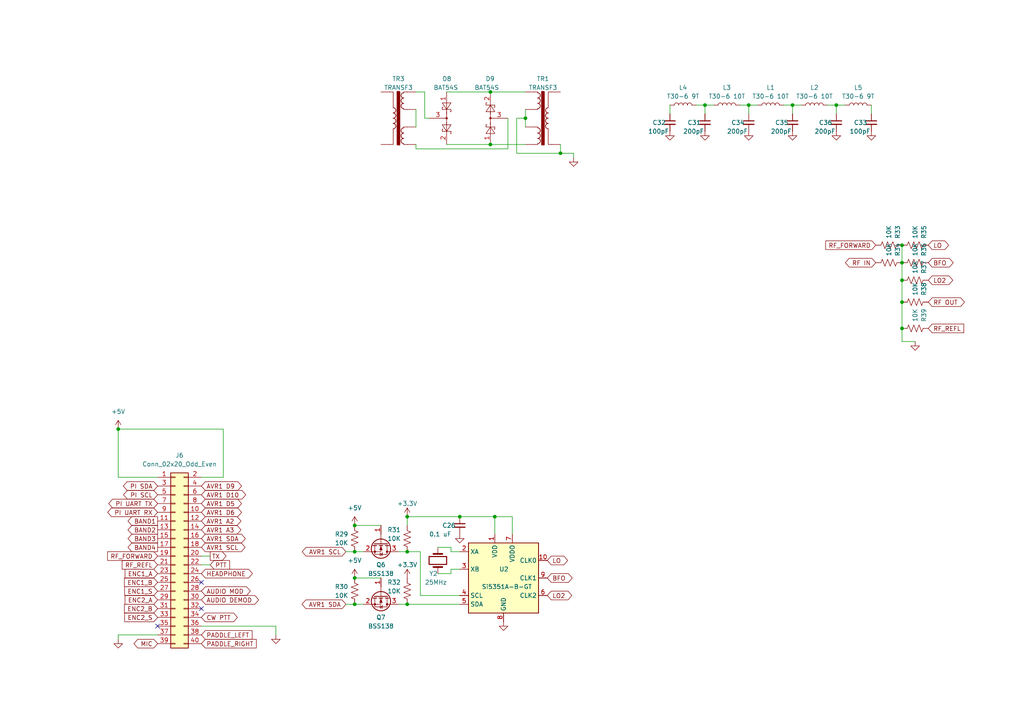
<source format=kicad_sch>
(kicad_sch (version 20230121) (generator eeschema)
  (paper "A4")
  (lib_symbols
    (symbol "BAT54S_1" (pin_names (offset 0) hide)
      (property "Reference" "D" (at 2.54 -5.08 0))
      (property "Value" "BAT54S" (at -6.35 3.175 0))
      (symbol "BAT54S_1_0_1"
        (polyline (pts (xy -3.81 0) (xy -1.27 0)))
        (polyline (pts (xy -3.175 -1.27) (xy -3.175 -1.016)))
        (polyline (pts (xy -2.54 -1.27) (xy -3.175 -1.27)))
        (polyline (pts (xy -2.54 -1.27) (xy -2.54 1.27)))
        (polyline (pts (xy -2.54 1.27) (xy -1.905 1.27)))
        (polyline (pts (xy -1.905 0) (xy 1.905 0)))
        (polyline (pts (xy -1.905 1.27) (xy -1.905 1.016)))
        (polyline (pts (xy 1.27 0) (xy 3.81 0)))
        (polyline (pts (xy 3.175 -1.27) (xy 3.175 -1.016)))
        (polyline (pts (xy 3.81 -1.27) (xy 3.175 -1.27)))
        (polyline (pts (xy 3.81 -1.27) (xy 3.81 1.27)))
        (polyline (pts (xy 3.81 1.27) (xy 4.445 1.27)))
        (polyline (pts (xy 4.445 1.27) (xy 4.445 1.016)))
        (polyline (pts (xy -4.445 1.27) (xy -4.445 -1.27) (xy -2.54 0) (xy -4.445 1.27)))
        (polyline (pts (xy 1.905 1.27) (xy 1.905 -1.27) (xy 3.81 0) (xy 1.905 1.27)))
        (circle (center 0 0) (radius 0.254) (fill (type outline)))
      )
      (symbol "BAT54S_1_1_1"
        (pin passive line (at -7.62 0 0) (length 3.81) (name "A") (number "1"))
        (pin passive line (at 7.62 0 180) (length 3.81) (name "K") (number "2"))
        (pin passive line (at 0 -5.08 90) (length 5.08) (name "COM") (number "3"))
      )
    )
    (symbol "Connector_Generic:Conn_02x20_Odd_Even" (pin_names (offset 1.016) hide)
      (property "Reference" "J" (at 1.27 25.4 0))
      (property "Value" "Conn_02x20_Odd_Even" (at 1.27 -27.94 0))
      (symbol "Conn_02x20_Odd_Even_1_1"
        (rectangle (start -1.27 -25.273) (end 0 -25.527) (stroke (width 0.1524)))
        (rectangle (start -1.27 -22.733) (end 0 -22.987) (stroke (width 0.1524)))
        (rectangle (start -1.27 -20.193) (end 0 -20.447) (stroke (width 0.1524)))
        (rectangle (start -1.27 -17.653) (end 0 -17.907) (stroke (width 0.1524)))
        (rectangle (start -1.27 -15.113) (end 0 -15.367) (stroke (width 0.1524)))
        (rectangle (start -1.27 -12.573) (end 0 -12.827) (stroke (width 0.1524)))
        (rectangle (start -1.27 -10.033) (end 0 -10.287) (stroke (width 0.1524)))
        (rectangle (start -1.27 -7.493) (end 0 -7.747) (stroke (width 0.1524)))
        (rectangle (start -1.27 -4.953) (end 0 -5.207) (stroke (width 0.1524)))
        (rectangle (start -1.27 -2.413) (end 0 -2.667) (stroke (width 0.1524)))
        (rectangle (start -1.27 0.127) (end 0 -0.127) (stroke (width 0.1524)))
        (rectangle (start -1.27 2.667) (end 0 2.413) (stroke (width 0.1524)))
        (rectangle (start -1.27 5.207) (end 0 4.953) (stroke (width 0.1524)))
        (rectangle (start -1.27 7.747) (end 0 7.493) (stroke (width 0.1524)))
        (rectangle (start -1.27 10.287) (end 0 10.033) (stroke (width 0.1524)))
        (rectangle (start -1.27 12.827) (end 0 12.573) (stroke (width 0.1524)))
        (rectangle (start -1.27 15.367) (end 0 15.113) (stroke (width 0.1524)))
        (rectangle (start -1.27 17.907) (end 0 17.653) (stroke (width 0.1524)))
        (rectangle (start -1.27 20.447) (end 0 20.193) (stroke (width 0.1524)))
        (rectangle (start -1.27 22.987) (end 0 22.733) (stroke (width 0.1524)))
        (rectangle (start -1.27 24.13) (end 3.81 -26.67) (stroke (width 0.254)) (fill (type background)))
        (rectangle (start 3.81 -25.273) (end 2.54 -25.527) (stroke (width 0.1524)))
        (rectangle (start 3.81 -22.733) (end 2.54 -22.987) (stroke (width 0.1524)))
        (rectangle (start 3.81 -20.193) (end 2.54 -20.447) (stroke (width 0.1524)))
        (rectangle (start 3.81 -17.653) (end 2.54 -17.907) (stroke (width 0.1524)))
        (rectangle (start 3.81 -15.113) (end 2.54 -15.367) (stroke (width 0.1524)))
        (rectangle (start 3.81 -12.573) (end 2.54 -12.827) (stroke (width 0.1524)))
        (rectangle (start 3.81 -10.033) (end 2.54 -10.287) (stroke (width 0.1524)))
        (rectangle (start 3.81 -7.493) (end 2.54 -7.747) (stroke (width 0.1524)))
        (rectangle (start 3.81 -4.953) (end 2.54 -5.207) (stroke (width 0.1524)))
        (rectangle (start 3.81 -2.413) (end 2.54 -2.667) (stroke (width 0.1524)))
        (rectangle (start 3.81 0.127) (end 2.54 -0.127) (stroke (width 0.1524)))
        (rectangle (start 3.81 2.667) (end 2.54 2.413) (stroke (width 0.1524)))
        (rectangle (start 3.81 5.207) (end 2.54 4.953) (stroke (width 0.1524)))
        (rectangle (start 3.81 7.747) (end 2.54 7.493) (stroke (width 0.1524)))
        (rectangle (start 3.81 10.287) (end 2.54 10.033) (stroke (width 0.1524)))
        (rectangle (start 3.81 12.827) (end 2.54 12.573) (stroke (width 0.1524)))
        (rectangle (start 3.81 15.367) (end 2.54 15.113) (stroke (width 0.1524)))
        (rectangle (start 3.81 17.907) (end 2.54 17.653) (stroke (width 0.1524)))
        (rectangle (start 3.81 20.447) (end 2.54 20.193) (stroke (width 0.1524)))
        (rectangle (start 3.81 22.987) (end 2.54 22.733) (stroke (width 0.1524)))
        (pin passive line (at -5.08 22.86 0) (length 3.81) (name "Pin_1") (number "1"))
        (pin passive line (at 7.62 12.7 180) (length 3.81) (name "Pin_10") (number "10"))
        (pin passive line (at -5.08 10.16 0) (length 3.81) (name "Pin_11") (number "11"))
        (pin passive line (at 7.62 10.16 180) (length 3.81) (name "Pin_12") (number "12"))
        (pin passive line (at -5.08 7.62 0) (length 3.81) (name "Pin_13") (number "13"))
        (pin passive line (at 7.62 7.62 180) (length 3.81) (name "Pin_14") (number "14"))
        (pin passive line (at -5.08 5.08 0) (length 3.81) (name "Pin_15") (number "15"))
        (pin passive line (at 7.62 5.08 180) (length 3.81) (name "Pin_16") (number "16"))
        (pin passive line (at -5.08 2.54 0) (length 3.81) (name "Pin_17") (number "17"))
        (pin passive line (at 7.62 2.54 180) (length 3.81) (name "Pin_18") (number "18"))
        (pin passive line (at -5.08 0 0) (length 3.81) (name "Pin_19") (number "19"))
        (pin passive line (at 7.62 22.86 180) (length 3.81) (name "Pin_2") (number "2"))
        (pin passive line (at 7.62 0 180) (length 3.81) (name "Pin_20") (number "20"))
        (pin passive line (at -5.08 -2.54 0) (length 3.81) (name "Pin_21") (number "21"))
        (pin passive line (at 7.62 -2.54 180) (length 3.81) (name "Pin_22") (number "22"))
        (pin passive line (at -5.08 -5.08 0) (length 3.81) (name "Pin_23") (number "23"))
        (pin passive line (at 7.62 -5.08 180) (length 3.81) (name "Pin_24") (number "24"))
        (pin passive line (at -5.08 -7.62 0) (length 3.81) (name "Pin_25") (number "25"))
        (pin passive line (at 7.62 -7.62 180) (length 3.81) (name "Pin_26") (number "26"))
        (pin passive line (at -5.08 -10.16 0) (length 3.81) (name "Pin_27") (number "27"))
        (pin passive line (at 7.62 -10.16 180) (length 3.81) (name "Pin_28") (number "28"))
        (pin passive line (at -5.08 -12.7 0) (length 3.81) (name "Pin_29") (number "29"))
        (pin passive line (at -5.08 20.32 0) (length 3.81) (name "Pin_3") (number "3"))
        (pin passive line (at 7.62 -12.7 180) (length 3.81) (name "Pin_30") (number "30"))
        (pin passive line (at -5.08 -15.24 0) (length 3.81) (name "Pin_31") (number "31"))
        (pin passive line (at 7.62 -15.24 180) (length 3.81) (name "Pin_32") (number "32"))
        (pin passive line (at -5.08 -17.78 0) (length 3.81) (name "Pin_33") (number "33"))
        (pin passive line (at 7.62 -17.78 180) (length 3.81) (name "Pin_34") (number "34"))
        (pin passive line (at -5.08 -20.32 0) (length 3.81) (name "Pin_35") (number "35"))
        (pin passive line (at 7.62 -20.32 180) (length 3.81) (name "Pin_36") (number "36"))
        (pin passive line (at -5.08 -22.86 0) (length 3.81) (name "Pin_37") (number "37"))
        (pin passive line (at 7.62 -22.86 180) (length 3.81) (name "Pin_38") (number "38"))
        (pin passive line (at -5.08 -25.4 0) (length 3.81) (name "Pin_39") (number "39"))
        (pin passive line (at 7.62 20.32 180) (length 3.81) (name "Pin_4") (number "4"))
        (pin passive line (at 7.62 -25.4 180) (length 3.81) (name "Pin_40") (number "40"))
        (pin passive line (at -5.08 17.78 0) (length 3.81) (name "Pin_5") (number "5"))
        (pin passive line (at 7.62 17.78 180) (length 3.81) (name "Pin_6") (number "6"))
        (pin passive line (at -5.08 15.24 0) (length 3.81) (name "Pin_7") (number "7"))
        (pin passive line (at 7.62 15.24 180) (length 3.81) (name "Pin_8") (number "8"))
        (pin passive line (at -5.08 12.7 0) (length 3.81) (name "Pin_9") (number "9"))
      )
    )
    (symbol "Device:C_Small" (pin_numbers hide) (pin_names (offset 0.254) hide)
      (property "Reference" "C" (at 0.254 1.778 0))
      (property "Value" "C_Small" (at 0.254 -2.032 0))
      (symbol "C_Small_0_1"
        (polyline (pts (xy -1.524 -0.508) (xy 1.524 -0.508)) (stroke (width 0.3302)))
        (polyline (pts (xy -1.524 0.508) (xy 1.524 0.508)) (stroke (width 0.3048)))
      )
      (symbol "C_Small_1_1"
        (pin passive line (at 0 2.54 270) (length 2.032) (name "~") (number "1"))
        (pin passive line (at 0 -2.54 90) (length 2.032) (name "~") (number "2"))
      )
    )
    (symbol "Device:Crystal" (pin_numbers hide) (pin_names (offset 1.016) hide)
      (property "Reference" "Y" (at 0 3.81 0))
      (property "Value" "Crystal" (at 0 -3.81 0))
      (symbol "Crystal_0_1"
        (rectangle (start -1.143 2.54) (end 1.143 -2.54) (stroke (width 0.3048)))
        (polyline (pts (xy -2.54 0) (xy -1.905 0)))
        (polyline (pts (xy -1.905 -1.27) (xy -1.905 1.27)) (stroke (width 0.508)))
        (polyline (pts (xy 1.905 -1.27) (xy 1.905 1.27)) (stroke (width 0.508)))
        (polyline (pts (xy 2.54 0) (xy 1.905 0)))
      )
      (symbol "Crystal_1_1"
        (pin passive line (at -3.81 0 0) (length 1.27) (name "1") (number "1"))
        (pin passive line (at 3.81 0 180) (length 1.27) (name "2") (number "2"))
      )
    )
    (symbol "Device:L" (pin_numbers hide) (pin_names (offset 1.016) hide)
      (property "Reference" "L" (at -1.27 0 90))
      (property "Value" "L" (at 1.905 0 90))
      (symbol "L_0_1"
        (arc (start 0 -2.54) (mid 0.6323 -1.905) (end 0 -1.27))
        (arc (start 0 -1.27) (mid 0.6323 -0.635) (end 0 0))
        (arc (start 0 0) (mid 0.6323 0.635) (end 0 1.27))
        (arc (start 0 1.27) (mid 0.6323 1.905) (end 0 2.54))
      )
      (symbol "L_1_1"
        (pin passive line (at 0 3.81 270) (length 1.27) (name "1") (number "1"))
        (pin passive line (at 0 -3.81 90) (length 1.27) (name "2") (number "2"))
      )
    )
    (symbol "Device:R_US" (pin_numbers hide) (pin_names (offset 0))
      (property "Reference" "R" (at 2.54 0 90))
      (property "Value" "R_US" (at -2.54 0 90))
      (symbol "R_US_0_1"
        (polyline (pts (xy 0 -2.286) (xy 0 -2.54)))
        (polyline (pts (xy 0 2.286) (xy 0 2.54)))
        (polyline (pts (xy 0 -0.762) (xy 1.016 -1.143) (xy 0 -1.524) (xy -1.016 -1.905) (xy 0 -2.286)))
        (polyline (pts (xy 0 0.762) (xy 1.016 0.381) (xy 0 0) (xy -1.016 -0.381) (xy 0 -0.762)))
        (polyline (pts (xy 0 2.286) (xy 1.016 1.905) (xy 0 1.524) (xy -1.016 1.143) (xy 0 0.762)))
      )
      (symbol "R_US_1_1"
        (pin passive line (at 0 3.81 270) (length 1.27) (name "~") (number "1"))
        (pin passive line (at 0 -3.81 90) (length 1.27) (name "~") (number "2"))
      )
    )
    (symbol "Diode:BAT54S" (pin_names (offset 0) hide)
      (property "Reference" "D" (at 2.54 -5.08 0))
      (property "Value" "BAT54S" (at -6.35 3.175 0))
      (symbol "BAT54S_0_1"
        (polyline (pts (xy -3.81 0) (xy -1.27 0)))
        (polyline (pts (xy -3.175 -1.27) (xy -3.175 -1.016)))
        (polyline (pts (xy -2.54 -1.27) (xy -3.175 -1.27)))
        (polyline (pts (xy -2.54 -1.27) (xy -2.54 1.27)))
        (polyline (pts (xy -2.54 1.27) (xy -1.905 1.27)))
        (polyline (pts (xy -1.905 0) (xy 1.905 0)))
        (polyline (pts (xy -1.905 1.27) (xy -1.905 1.016)))
        (polyline (pts (xy 1.27 0) (xy 3.81 0)))
        (polyline (pts (xy 3.175 -1.27) (xy 3.175 -1.016)))
        (polyline (pts (xy 3.81 -1.27) (xy 3.175 -1.27)))
        (polyline (pts (xy 3.81 -1.27) (xy 3.81 1.27)))
        (polyline (pts (xy 3.81 1.27) (xy 4.445 1.27)))
        (polyline (pts (xy 4.445 1.27) (xy 4.445 1.016)))
        (polyline (pts (xy -4.445 1.27) (xy -4.445 -1.27) (xy -2.54 0) (xy -4.445 1.27)))
        (polyline (pts (xy 1.905 1.27) (xy 1.905 -1.27) (xy 3.81 0) (xy 1.905 1.27)))
        (circle (center 0 0) (radius 0.254) (fill (type outline)))
      )
      (symbol "BAT54S_1_1"
        (pin passive line (at -7.62 0 0) (length 3.81) (name "A") (number "1"))
        (pin passive line (at 7.62 0 180) (length 3.81) (name "K") (number "2"))
        (pin passive line (at 0 -5.08 90) (length 5.08) (name "COM") (number "3"))
      )
    )
    (symbol "Oscillator:Si5351A-B-GT"
      (property "Reference" "U" (at -8.89 11.43 0))
      (property "Value" "Si5351A-B-GT" (at -12.7 -12.7 0))
      (symbol "Si5351A-B-GT_0_1"
        (rectangle (start -10.16 10.16) (end 10.16 -10.16) (stroke (width 0.254)) (fill (type background)))
      )
      (symbol "Si5351A-B-GT_1_1"
        (pin power_in line (at -2.54 12.7 270) (length 2.54) (name "VDD") (number "1"))
        (pin output line (at 12.7 5.08 180) (length 2.54) (name "CLK0") (number "10"))
        (pin input line (at -12.7 7.62 0) (length 2.54) (name "XA") (number "2"))
        (pin input line (at -12.7 2.54 0) (length 2.54) (name "XB") (number "3"))
        (pin input line (at -12.7 -5.08 0) (length 2.54) (name "SCL") (number "4"))
        (pin bidirectional line (at -12.7 -7.62 0) (length 2.54) (name "SDA") (number "5"))
        (pin output line (at 12.7 -5.08 180) (length 2.54) (name "CLK2") (number "6"))
        (pin power_in line (at 2.54 12.7 270) (length 2.54) (name "VDDO") (number "7"))
        (pin power_in line (at 0 -12.7 90) (length 2.54) (name "GND") (number "8"))
        (pin output line (at 12.7 0 180) (length 2.54) (name "CLK1") (number "9"))
      )
    )
    (symbol "Transformer:TRANSF3" (pin_numbers hide) (pin_names (offset 0))
      (property "Reference" "TR" (at 0 8.89 0))
      (property "Value" "TRANSF3" (at 0 -8.89 0))
      (symbol "TRANSF3_0_1"
        (arc (start -1.524 -3.048) (mid -0.7653 -2.286) (end -1.524 -1.524) (stroke (width 0.2032)))
        (arc (start -1.524 -1.524) (mid -0.7653 -0.762) (end -1.524 0) (stroke (width 0.2032)))
        (arc (start -1.524 0) (mid -0.7653 0.762) (end -1.524 1.524) (stroke (width 0.2032)))
        (arc (start -1.524 1.524) (mid -0.7653 2.286) (end -1.524 3.048) (stroke (width 0.2032)))
        (rectangle (start -0.254 7.62) (end 0.254 -7.62) (stroke (width 0.508)) (fill (type outline)))
        (polyline (pts (xy -1.524 3.048) (xy -1.524 7.62) (xy -2.54 7.62)))
        (polyline (pts (xy 1.524 -7.366) (xy 1.524 -7.62) (xy 1.524 -7.62)) (fill (type outline)))
        (polyline (pts (xy 1.524 -2.54) (xy 1.524 -2.794) (xy 1.524 -2.794)) (fill (type outline)))
        (polyline (pts (xy 1.524 -2.54) (xy 2.54 -2.54) (xy 2.54 -2.54)))
        (polyline (pts (xy 1.524 2.54) (xy 1.524 2.794) (xy 1.524 2.794)) (fill (type outline)))
        (polyline (pts (xy 1.524 2.54) (xy 2.54 2.54) (xy 2.54 2.54)))
        (polyline (pts (xy 1.524 7.62) (xy 1.524 7.366) (xy 1.524 7.366)) (fill (type outline)))
        (polyline (pts (xy 1.524 7.62) (xy 2.54 7.62) (xy 2.54 7.62)))
        (polyline (pts (xy 2.54 -7.62) (xy 1.524 -7.62) (xy 1.524 -7.62)))
        (polyline (pts (xy -2.54 -7.62) (xy -1.524 -7.62) (xy -1.524 -3.048) (xy -1.524 -4.318)))
        (arc (start 1.524 -5.842) (mid 0.7653 -6.604) (end 1.524 -7.366) (stroke (width 0.2032)))
        (arc (start 1.524 -4.318) (mid 0.7653 -5.08) (end 1.524 -5.842) (stroke (width 0.2032)))
        (arc (start 1.524 -2.794) (mid 0.7653 -3.556) (end 1.524 -4.318) (stroke (width 0.2032)))
        (arc (start 1.524 4.318) (mid 0.7653 3.556) (end 1.524 2.794) (stroke (width 0.2032)))
        (arc (start 1.524 5.842) (mid 0.7653 5.08) (end 1.524 4.318) (stroke (width 0.2032)))
        (arc (start 1.524 7.366) (mid 0.7653 6.604) (end 1.524 5.842) (stroke (width 0.2032)))
      )
      (symbol "TRANSF3_1_1"
        (pin passive line (at -5.08 7.62 0) (length 2.54) (name "~") (number "1"))
        (pin passive line (at -5.08 -7.62 0) (length 2.54) (name "~") (number "2"))
        (pin passive line (at 5.08 7.62 180) (length 2.54) (name "~") (number "3"))
        (pin passive line (at 5.08 2.54 180) (length 2.54) (name "~") (number "4"))
        (pin passive line (at 5.08 -2.54 180) (length 2.54) (name "~") (number "5"))
        (pin passive line (at 5.08 -7.62 180) (length 2.54) (name "~") (number "6"))
      )
    )
    (symbol "Transistor_FET:BSS138" (pin_names hide)
      (property "Reference" "Q" (at 5.08 1.905 0))
      (property "Value" "BSS138" (at 5.08 0 0))
      (symbol "BSS138_0_1"
        (polyline (pts (xy 0.254 0) (xy -2.54 0)))
        (polyline (pts (xy 0.254 1.905) (xy 0.254 -1.905)) (stroke (width 0.254)))
        (polyline (pts (xy 0.762 -1.27) (xy 0.762 -2.286)) (stroke (width 0.254)))
        (polyline (pts (xy 0.762 0.508) (xy 0.762 -0.508)) (stroke (width 0.254)))
        (polyline (pts (xy 0.762 2.286) (xy 0.762 1.27)) (stroke (width 0.254)))
        (polyline (pts (xy 2.54 2.54) (xy 2.54 1.778)))
        (polyline (pts (xy 2.54 -2.54) (xy 2.54 0) (xy 0.762 0)))
        (polyline (pts (xy 0.762 -1.778) (xy 3.302 -1.778) (xy 3.302 1.778) (xy 0.762 1.778)))
        (polyline (pts (xy 1.016 0) (xy 2.032 0.381) (xy 2.032 -0.381) (xy 1.016 0)) (fill (type outline)))
        (polyline (pts (xy 2.794 0.508) (xy 2.921 0.381) (xy 3.683 0.381) (xy 3.81 0.254)))
        (polyline (pts (xy 3.302 0.381) (xy 2.921 -0.254) (xy 3.683 -0.254) (xy 3.302 0.381)))
        (circle (center 1.651 0) (radius 2.794) (stroke (width 0.254)))
        (circle (center 2.54 -1.778) (radius 0.254) (fill (type outline)))
        (circle (center 2.54 1.778) (radius 0.254) (fill (type outline)))
      )
      (symbol "BSS138_1_1"
        (pin input line (at -5.08 0 0) (length 2.54) (name "G") (number "1"))
        (pin passive line (at 2.54 -5.08 90) (length 2.54) (name "S") (number "2"))
        (pin passive line (at 2.54 5.08 270) (length 2.54) (name "D") (number "3"))
      )
    )
    (symbol "power:+3.3V" (power) (pin_names (offset 0))
      (property "Value" "+3.3V" (at 0 3.556 0))
      (symbol "+3.3V_0_1"
        (polyline (pts (xy -0.762 1.27) (xy 0 2.54)))
        (polyline (pts (xy 0 0) (xy 0 2.54)))
        (polyline (pts (xy 0 2.54) (xy 0.762 1.27)))
      )
      (symbol "+3.3V_1_1"
        (pin power_in line (at 0 0 90) (length 0) hide (name "+3.3V") (number "1"))
      )
    )
    (symbol "power:+5V" (power) (pin_names (offset 0))
      (property "Value" "+5V" (at 0 3.556 0))
      (symbol "+5V_0_1"
        (polyline (pts (xy -0.762 1.27) (xy 0 2.54)))
        (polyline (pts (xy 0 0) (xy 0 2.54)))
        (polyline (pts (xy 0 2.54) (xy 0.762 1.27)))
      )
      (symbol "+5V_1_1"
        (pin power_in line (at 0 0 90) (length 0) hide (name "+5V") (number "1"))
      )
    )
    (symbol "power:GND" (power) (pin_names (offset 0))
      (property "Value" "GND" (at 0 -3.81 0))
      (symbol "GND_0_1"
        (polyline (pts (xy 0 0) (xy 0 -1.27) (xy 1.27 -1.27) (xy 0 -2.54) (xy -1.27 -1.27) (xy 0 -1.27)))
      )
      (symbol "GND_1_1"
        (pin power_in line (at 0 0 270) (length 0) hide (name "GND") (number "1"))
      )
    )
  )
  (junction (at 102.87 152.4))
  (junction (at 102.87 167.64))
  (junction (at 118.11 175.26))
  (junction (at 118.11 149.86))
  (junction (at 261.62 87.63))
  (junction (at 133.35 149.86))
  (junction (at 261.62 95.25))
  (junction (at 152.4 34.29))
  (junction (at 261.62 76.2))
  (junction (at 142.24 26.67))
  (junction (at 229.87 30.48))
  (junction (at 261.62 81.28))
  (junction (at 204.47 30.48))
  (junction (at 242.57 30.48))
  (junction (at 143.51 149.86))
  (junction (at 118.11 160.02))
  (junction (at 217.17 30.48))
  (junction (at 102.87 160.02))
  (junction (at 162.56 44.45))
  (junction (at 142.24 41.91))
  (junction (at 102.87 175.26))
  (junction (at 34.29 124.46))
  (junction (at 261.62 71.12))
  (no_connect (at 58.42 176.53))
  (no_connect (at 58.42 168.91))
  (no_connect (at 45.72 181.61))
  (wire (pts (xy 240.03 30.48) (xy 242.57 30.48)))
  (wire (pts (xy 118.11 160.02) (xy 121.92 160.02)))
  (wire (pts (xy 204.47 30.48) (xy 207.01 30.48)))
  (wire (pts (xy 129.54 41.91) (xy 142.24 41.91)))
  (wire (pts (xy 120.65 26.67) (xy 123.19 26.67)))
  (wire (pts (xy 64.77 138.43) (xy 58.42 138.43)))
  (wire (pts (xy 118.11 149.86) (xy 133.35 149.86)))
  (wire (pts (xy 127 166.37) (xy 130.81 166.37)))
  (wire (pts (xy 34.29 138.43) (xy 45.72 138.43)))
  (wire (pts (xy 152.4 34.29) (xy 152.4 36.83)))
  (wire (pts (xy 118.11 175.26) (xy 133.35 175.26)))
  (wire (pts (xy 115.57 175.26) (xy 118.11 175.26)))
  (wire (pts (xy 261.62 71.12) (xy 261.62 76.2)))
  (wire (pts (xy 129.54 26.67) (xy 142.24 26.67)))
  (wire (pts (xy 102.87 175.26) (xy 105.41 175.26)))
  (wire (pts (xy 123.19 34.29) (xy 124.46 34.29)))
  (wire (pts (xy 123.19 26.67) (xy 123.19 34.29)))
  (wire (pts (xy 102.87 167.64) (xy 110.49 167.64)))
  (wire (pts (xy 166.37 44.45) (xy 166.37 45.72)))
  (wire (pts (xy 143.51 149.86) (xy 148.59 149.86)))
  (wire (pts (xy 214.63 30.48) (xy 217.17 30.48)))
  (wire (pts (xy 130.81 165.1) (xy 133.35 165.1)))
  (wire (pts (xy 217.17 30.48) (xy 217.17 33.02)))
  (wire (pts (xy 261.62 81.28) (xy 261.62 87.63)))
  (wire (pts (xy 130.81 158.75) (xy 130.81 160.02)))
  (wire (pts (xy 58.42 163.83) (xy 60.96 163.83)))
  (wire (pts (xy 261.62 87.63) (xy 261.62 95.25)))
  (wire (pts (xy 242.57 30.48) (xy 242.57 33.02)))
  (wire (pts (xy 152.4 31.75) (xy 152.4 34.29)))
  (wire (pts (xy 147.32 43.18) (xy 120.65 43.18)))
  (wire (pts (xy 217.17 30.48) (xy 219.71 30.48)))
  (wire (pts (xy 60.96 161.29) (xy 58.42 161.29)))
  (wire (pts (xy 45.72 184.15) (xy 34.29 184.15)))
  (wire (pts (xy 130.81 160.02) (xy 133.35 160.02)))
  (wire (pts (xy 204.47 30.48) (xy 204.47 33.02)))
  (wire (pts (xy 34.29 184.15) (xy 34.29 185.42)))
  (wire (pts (xy 34.29 138.43) (xy 34.29 124.46)))
  (wire (pts (xy 261.62 99.06) (xy 265.43 99.06)))
  (wire (pts (xy 34.29 124.46) (xy 64.77 124.46)))
  (wire (pts (xy 194.31 30.48) (xy 194.31 33.02)))
  (wire (pts (xy 149.86 44.45) (xy 162.56 44.45)))
  (wire (pts (xy 162.56 44.45) (xy 166.37 44.45)))
  (wire (pts (xy 142.24 41.91) (xy 152.4 41.91)))
  (wire (pts (xy 261.62 76.2) (xy 261.62 81.28)))
  (wire (pts (xy 143.51 149.86) (xy 143.51 154.94)))
  (wire (pts (xy 149.86 34.29) (xy 149.86 44.45)))
  (wire (pts (xy 261.62 95.25) (xy 261.62 99.06)))
  (wire (pts (xy 147.32 34.29) (xy 147.32 43.18)))
  (wire (pts (xy 142.24 26.67) (xy 152.4 26.67)))
  (wire (pts (xy 229.87 30.48) (xy 229.87 33.02)))
  (wire (pts (xy 149.86 34.29) (xy 152.4 34.29)))
  (wire (pts (xy 120.65 31.75) (xy 120.65 36.83)))
  (wire (pts (xy 121.92 160.02) (xy 121.92 172.72)))
  (wire (pts (xy 102.87 160.02) (xy 105.41 160.02)))
  (wire (pts (xy 130.81 166.37) (xy 130.81 165.1)))
  (wire (pts (xy 100.33 160.02) (xy 102.87 160.02)))
  (wire (pts (xy 64.77 124.46) (xy 64.77 138.43)))
  (wire (pts (xy 148.59 149.86) (xy 148.59 154.94)))
  (wire (pts (xy 229.87 30.48) (xy 232.41 30.48)))
  (wire (pts (xy 127 158.75) (xy 130.81 158.75)))
  (wire (pts (xy 162.56 41.91) (xy 162.56 44.45)))
  (wire (pts (xy 133.35 149.86) (xy 143.51 149.86)))
  (wire (pts (xy 115.57 160.02) (xy 118.11 160.02)))
  (wire (pts (xy 120.65 43.18) (xy 120.65 41.91)))
  (wire (pts (xy 58.42 181.61) (xy 80.01 181.61)))
  (wire (pts (xy 227.33 30.48) (xy 229.87 30.48)))
  (wire (pts (xy 80.01 181.61) (xy 80.01 184.15)))
  (wire (pts (xy 252.73 30.48) (xy 252.73 33.02)))
  (wire (pts (xy 118.11 149.86) (xy 118.11 152.4)))
  (wire (pts (xy 201.93 30.48) (xy 204.47 30.48)))
  (wire (pts (xy 121.92 172.72) (xy 133.35 172.72)))
  (wire (pts (xy 100.33 175.26) (xy 102.87 175.26)))
  (wire (pts (xy 102.87 152.4) (xy 110.49 152.4)))
  (wire (pts (xy 242.57 30.48) (xy 245.11 30.48)))
  (global_label "BAND2" (shape output) (at 45.72 153.67 180) (property "Intersheetrefs" "${INTERSHEET_REFS}" (effects hide)))
  (global_label "MIC" (shape bidirectional) (at 45.72 186.69 180) (property "Intersheetrefs" "${INTERSHEET_REFS}" (effects hide)))
  (global_label "RF_REFL" (shape input) (at 269.24 95.25 0) (property "Intersheetrefs" "${INTERSHEET_REFS}" (effects hide)))
  (global_label "PI UART TX" (shape bidirectional) (at 45.72 146.05 180) (property "Intersheetrefs" "${INTERSHEET_REFS}" (effects hide)))
  (global_label "AVR1 D5" (shape bidirectional) (at 58.42 146.05 0) (property "Intersheetrefs" "${INTERSHEET_REFS}" (effects hide)))
  (global_label "BFO" (shape bidirectional) (at 269.24 76.2 0) (property "Intersheetrefs" "${INTERSHEET_REFS}" (effects hide)))
  (global_label "ENC1_S" (shape input) (at 45.72 171.45 180) (property "Intersheetrefs" "${INTERSHEET_REFS}" (effects hide)))
  (global_label "LO2" (shape bidirectional) (at 158.75 172.72 0) (property "Intersheetrefs" "${INTERSHEET_REFS}" (effects hide)))
  (global_label "AVR1 SDA" (shape bidirectional) (at 100.33 175.26 180) (property "Intersheetrefs" "${INTERSHEET_REFS}" (effects hide)))
  (global_label "LO" (shape bidirectional) (at 269.24 71.12 0) (property "Intersheetrefs" "${INTERSHEET_REFS}" (effects hide)))
  (global_label "AUDIO MOD" (shape bidirectional) (at 58.42 171.45 0) (property "Intersheetrefs" "${INTERSHEET_REFS}" (effects hide)))
  (global_label "RF_FORWARD" (shape input) (at 254 71.12 180) (property "Intersheetrefs" "${INTERSHEET_REFS}" (effects hide)))
  (global_label "AVR1 SCL" (shape bidirectional) (at 58.42 158.75 0) (property "Intersheetrefs" "${INTERSHEET_REFS}" (effects hide)))
  (global_label "BAND4" (shape output) (at 45.72 158.75 180) (property "Intersheetrefs" "${INTERSHEET_REFS}" (effects hide)))
  (global_label "PI UART RX" (shape bidirectional) (at 45.72 148.59 180) (property "Intersheetrefs" "${INTERSHEET_REFS}" (effects hide)))
  (global_label "PTT" (shape input) (at 60.96 163.83 0) (property "Intersheetrefs" "${INTERSHEET_REFS}" (effects hide)))
  (global_label "AVR1 A3" (shape bidirectional) (at 58.42 153.67 0) (property "Intersheetrefs" "${INTERSHEET_REFS}" (effects hide)))
  (global_label "PADDLE_LEFT" (shape input) (at 58.42 184.15 0) (property "Intersheetrefs" "${INTERSHEET_REFS}" (effects hide)))
  (global_label "TX" (shape output) (at 60.96 161.29 0) (property "Intersheetrefs" "${INTERSHEET_REFS}" (effects hide)))
  (global_label "ENC1_B" (shape input) (at 45.72 168.91 180) (property "Intersheetrefs" "${INTERSHEET_REFS}" (effects hide)))
  (global_label "RF OUT" (shape bidirectional) (at 269.24 87.63 0) (property "Intersheetrefs" "${INTERSHEET_REFS}" (effects hide)))
  (global_label "PI SDA" (shape bidirectional) (at 45.72 140.97 180) (property "Intersheetrefs" "${INTERSHEET_REFS}" (effects hide)))
  (global_label "BAND3" (shape output) (at 45.72 156.21 180) (property "Intersheetrefs" "${INTERSHEET_REFS}" (effects hide)))
  (global_label "BAND1" (shape output) (at 45.72 151.13 180) (property "Intersheetrefs" "${INTERSHEET_REFS}" (effects hide)))
  (global_label "PI SCL" (shape bidirectional) (at 45.72 143.51 180) (property "Intersheetrefs" "${INTERSHEET_REFS}" (effects hide)))
  (global_label "ENC2_S" (shape input) (at 45.72 179.07 180) (property "Intersheetrefs" "${INTERSHEET_REFS}" (effects hide)))
  (global_label "LO2" (shape bidirectional) (at 269.24 81.28 0) (property "Intersheetrefs" "${INTERSHEET_REFS}" (effects hide)))
  (global_label "AVR1 SDA" (shape bidirectional) (at 58.42 156.21 0) (property "Intersheetrefs" "${INTERSHEET_REFS}" (effects hide)))
  (global_label "CW PTT" (shape bidirectional) (at 58.42 179.07 0) (property "Intersheetrefs" "${INTERSHEET_REFS}" (effects hide)))
  (global_label "BFO" (shape bidirectional) (at 158.75 167.64 0) (property "Intersheetrefs" "${INTERSHEET_REFS}" (effects hide)))
  (global_label "ENC2_A" (shape input) (at 45.72 173.99 180) (property "Intersheetrefs" "${INTERSHEET_REFS}" (effects hide)))
  (global_label "ENC1_A" (shape input) (at 45.72 166.37 180) (property "Intersheetrefs" "${INTERSHEET_REFS}" (effects hide)))
  (global_label "AVR1 D10" (shape bidirectional) (at 58.42 143.51 0) (property "Intersheetrefs" "${INTERSHEET_REFS}" (effects hide)))
  (global_label "RF IN" (shape bidirectional) (at 254 76.2 180) (property "Intersheetrefs" "${INTERSHEET_REFS}" (effects hide)))
  (global_label "LO" (shape bidirectional) (at 158.75 162.56 0) (property "Intersheetrefs" "${INTERSHEET_REFS}" (effects hide)))
  (global_label "PADDLE_RIGHT" (shape input) (at 58.42 186.69 0) (property "Intersheetrefs" "${INTERSHEET_REFS}" (effects hide)))
  (global_label "HEADPHONE" (shape bidirectional) (at 58.42 166.37 0) (property "Intersheetrefs" "${INTERSHEET_REFS}" (effects hide)))
  (global_label "AVR1 D6" (shape bidirectional) (at 58.42 148.59 0) (property "Intersheetrefs" "${INTERSHEET_REFS}" (effects hide)))
  (global_label "AUDIO DEMOD" (shape bidirectional) (at 58.42 173.99 0) (property "Intersheetrefs" "${INTERSHEET_REFS}" (effects hide)))
  (global_label "AVR1 D9" (shape bidirectional) (at 58.42 140.97 0) (property "Intersheetrefs" "${INTERSHEET_REFS}" (effects hide)))
  (global_label "AVR1 A2" (shape bidirectional) (at 58.42 151.13 0) (property "Intersheetrefs" "${INTERSHEET_REFS}" (effects hide)))
  (global_label "RF_REFL" (shape input) (at 45.72 163.83 180) (property "Intersheetrefs" "${INTERSHEET_REFS}" (effects hide)))
  (global_label "ENC2_B" (shape input) (at 45.72 176.53 180) (property "Intersheetrefs" "${INTERSHEET_REFS}" (effects hide)))
  (global_label "RF_FORWARD" (shape input) (at 45.72 161.29 180) (property "Intersheetrefs" "${INTERSHEET_REFS}" (effects hide)))
  (global_label "AVR1 SCL" (shape bidirectional) (at 100.33 160.02 180) (property "Intersheetrefs" "${INTERSHEET_REFS}" (effects hide)))
  (symbol (lib_id "Device:C_Small") (at 229.87 35.56 0) (unit 1)
    (property "Reference" "C35" (at 224.79 35.56 0) (effects (justify left)))
    (property "Value" "200pF" (at 223.52 38.1 0) (effects (justify left)))
    (property "Footprint" "Capacitor_THT:C_Disc_D4.7mm_W2.5mm_P5.00mm" (effects hide))
    (instances (project "acorn" (path "" (reference "C35") (unit 1)) (path "" (reference "C28") (unit 1))))
  )
  (symbol (lib_id "power:GND") (at 252.73 38.1 0) (unit 1)
    (property "Reference" "#GND060" (effects hide))
    (property "Value" "GND" (effects hide))
    (instances (project "acorn" (path "" (reference "#GND060") (unit 1)) (path "" (reference "#GND055") (unit 1))))
  )
  (symbol (lib_id "Device:C_Small") (at 217.17 35.56 0) (unit 1)
    (property "Reference" "C34" (at 212.09 35.56 0) (effects (justify left)))
    (property "Value" "200pF" (at 210.82 38.1 0) (effects (justify left)))
    (property "Footprint" "Capacitor_THT:C_Disc_D4.7mm_W2.5mm_P5.00mm" (effects hide))
    (instances (project "acorn" (path "" (reference "C34") (unit 1)) (path "" (reference "C28") (unit 1))))
  )
  (symbol (lib_id "power:GND") (at 265.43 99.06 0) (unit 1)
    (property "Reference" "#GND053" (effects hide))
    (property "Value" "GND" (effects hide))
  )
  (symbol (lib_id "Device:R_US") (at 265.43 81.28 90) (unit 1)
    (property "Reference" "R37" (at 267.97 77.47 0))
    (property "Value" "10K" (at 265.43 77.47 0))
    (property "Footprint" "Resistor_THT:R_Axial_DIN0204_L3.6mm_D1.6mm_P5.08mm_Vertical" (effects hide))
  )
  (symbol (lib_id "Device:Crystal") (at 127 162.56 270) (unit 1)
    (property "Reference" "Y2" (at 124.46 166.37 90) (effects (justify left)))
    (property "Value" "25MHz" (at 123.19 168.91 90) (effects (justify left)))
    (property "Footprint" "Crystal:Crystal_HC18-U_Vertical" (effects hide))
  )
  (symbol (lib_id "Device:L") (at 223.52 30.48 270) (mirror x) (unit 1)
    (property "Reference" "L1" (at 223.52 25.4 90))
    (property "Value" "T30-6 10T" (at 223.52 27.94 90))
    (instances (project "acorn" (path "" (reference "L1") (unit 1)) (path "" (reference "T1") (unit 1))))
  )
  (symbol (lib_id "Device:C_Small") (at 242.57 35.56 0) (unit 1)
    (property "Reference" "C36" (at 237.49 35.56 0) (effects (justify left)))
    (property "Value" "200pF" (at 236.22 38.1 0) (effects (justify left)))
    (property "Footprint" "Capacitor_THT:C_Disc_D4.7mm_W2.5mm_P5.00mm" (effects hide))
    (instances (project "acorn" (path "" (reference "C36") (unit 1)) (path "" (reference "C28") (unit 1))))
  )
  (symbol (lib_id "Device:L") (at 248.92 30.48 270) (mirror x) (unit 1)
    (property "Reference" "L5" (at 248.92 25.4 90))
    (property "Value" "T30-6 9T" (at 248.92 27.94 90))
    (instances (project "acorn" (path "" (reference "L5") (unit 1)) (path "" (reference "T1") (unit 1))))
  )
  (symbol (lib_id "power:+5V") (at 102.87 167.64 0) (unit 1)
    (property "Reference" "#PWR012" (effects hide))
    (property "Value" "+5V" (at 102.87 162.56 0))
  )
  (symbol (lib_id "Device:C_Small") (at 252.73 35.56 0) (unit 1)
    (property "Reference" "C33" (at 247.65 35.56 0) (effects (justify left)))
    (property "Value" "100pF" (at 246.38 38.1 0) (effects (justify left)))
    (property "Footprint" "Capacitor_THT:C_Disc_D4.7mm_W2.5mm_P5.00mm" (effects hide))
    (instances (project "acorn" (path "" (reference "C33") (unit 1)) (path "" (reference "C28") (unit 1))))
  )
  (symbol (lib_id "Device:C_Small") (at 133.35 152.4 0) (unit 1)
    (property "Reference" "C26" (at 128.27 152.4 0) (effects (justify left)))
    (property "Value" "0.1 uF" (at 124.46 154.94 0) (effects (justify left)))
    (property "Footprint" "Capacitor_THT:C_Disc_D4.7mm_W2.5mm_P5.00mm" (effects hide))
  )
  (symbol (lib_id "power:GND") (at 204.47 38.1 0) (unit 1)
    (property "Reference" "#GND058" (effects hide))
    (property "Value" "GND" (effects hide))
    (instances (project "acorn" (path "" (reference "#GND058") (unit 1)) (path "" (reference "#GND055") (unit 1))))
  )
  (symbol (lib_id "power:GND") (at 146.05 180.34 0) (unit 1)
    (property "Reference" "#GND052" (effects hide))
    (property "Value" "GND" (effects hide))
  )
  (symbol (lib_id "Transformer:TRANSF3") (at 115.57 34.29 0) (unit 1)
    (property "Reference" "TR3" (at 115.57 22.86 0))
    (property "Value" "TRANSF3" (at 115.57 25.4 0))
  )
  (symbol (lib_id "power:GND") (at 34.29 185.42 0) (mirror y) (unit 1)
    (property "Reference" "#GND049" (effects hide))
    (property "Value" "GND" (effects hide))
  )
  (symbol (lib_id "Device:L") (at 210.82 30.48 270) (mirror x) (unit 1)
    (property "Reference" "L3" (at 210.82 25.4 90))
    (property "Value" "T30-6 10T" (at 210.82 27.94 90))
    (instances (project "acorn" (path "" (reference "L3") (unit 1)) (path "" (reference "T1") (unit 1))))
  )
  (symbol (lib_id "Transformer:TRANSF3") (at 157.48 34.29 0) (mirror y) (unit 1)
    (property "Reference" "TR1" (at 157.48 22.86 0))
    (property "Value" "TRANSF3" (at 157.48 25.4 0))
  )
  (symbol (lib_id "Device:R_US") (at 118.11 156.21 180) (unit 1)
    (property "Reference" "R31" (at 114.3 153.67 0))
    (property "Value" "10K" (at 114.3 156.21 0))
    (property "Footprint" "Resistor_THT:R_Axial_DIN0204_L3.6mm_D1.6mm_P5.08mm_Vertical" (effects hide))
  )
  (symbol (lib_id "Device:R_US") (at 257.81 71.12 90) (unit 1)
    (property "Reference" "R33" (at 260.35 67.31 0))
    (property "Value" "10K" (at 257.81 67.31 0))
    (property "Footprint" "Resistor_THT:R_Axial_DIN0204_L3.6mm_D1.6mm_P5.08mm_Vertical" (effects hide))
  )
  (symbol (lib_id "power:GND") (at 229.87 38.1 0) (unit 1)
    (property "Reference" "#GND062" (effects hide))
    (property "Value" "GND" (effects hide))
    (instances (project "acorn" (path "" (reference "#GND062") (unit 1)) (path "" (reference "#GND055") (unit 1))))
  )
  (symbol (lib_id "power:GND") (at 166.37 45.72 0) (unit 1)
    (property "Reference" "#GND064" (effects hide))
    (property "Value" "GND" (effects hide))
    (instances (project "acorn" (path "" (reference "#GND064") (unit 1)) (path "" (reference "#GND055") (unit 1))))
  )
  (symbol (lib_id "power:+3.3V") (at 118.11 149.86 0) (unit 1)
    (property "Reference" "#PWR013" (effects hide))
    (property "Value" "+3.3V" (at 118.11 146.05 0))
  )
  (symbol (lib_id "power:+5V") (at 34.29 124.46 0) (unit 1)
    (property "Reference" "#PWR010" (effects hide))
    (property "Value" "+5V" (at 34.29 119.38 0))
  )
  (symbol (lib_id "Connector_Generic:Conn_02x20_Odd_Even") (at 50.8 161.29 0) (unit 1)
    (property "Reference" "J6" (at 52.07 132.08 0))
    (property "Value" "Conn_02x20_Odd_Even" (at 52.07 134.62 0))
    (property "Footprint" "Connector_PinSocket_2.54mm:PinSocket_2x20_P2.54mm_Vertical" (effects hide))
  )
  (symbol (lib_id "power:+3.3V") (at 118.11 167.64 0) (unit 1)
    (property "Reference" "#PWR014" (effects hide))
    (property "Value" "+3.3V" (at 118.11 163.83 0))
  )
  (symbol (lib_id "Device:R_US") (at 257.81 76.2 90) (unit 1)
    (property "Reference" "R34" (at 260.35 72.39 0))
    (property "Value" "10K" (at 257.81 72.39 0))
    (property "Footprint" "Resistor_THT:R_Axial_DIN0204_L3.6mm_D1.6mm_P5.08mm_Vertical" (effects hide))
  )
  (symbol (lib_id "power:GND") (at 133.35 154.94 0) (unit 1)
    (property "Reference" "#GND051" (effects hide))
    (property "Value" "GND" (effects hide))
  )
  (symbol (lib_id "Device:R_US") (at 265.43 76.2 90) (unit 1)
    (property "Reference" "R36" (at 267.97 72.39 0))
    (property "Value" "10K" (at 265.43 72.39 0))
    (property "Footprint" "Resistor_THT:R_Axial_DIN0204_L3.6mm_D1.6mm_P5.08mm_Vertical" (effects hide))
  )
  (symbol (lib_id "Device:R_US") (at 265.43 87.63 90) (unit 1)
    (property "Reference" "R38" (at 267.97 83.82 0))
    (property "Value" "10K" (at 265.43 83.82 0))
    (property "Footprint" "Resistor_THT:R_Axial_DIN0204_L3.6mm_D1.6mm_P5.08mm_Vertical" (effects hide))
  )
  (symbol (lib_id "Device:R_US") (at 102.87 171.45 180) (unit 1)
    (property "Reference" "R30" (at 99.06 170.18 0))
    (property "Value" "10K" (at 99.06 172.72 0))
    (property "Footprint" "Resistor_THT:R_Axial_DIN0204_L3.6mm_D1.6mm_P5.08mm_Vertical" (effects hide))
  )
  (symbol (lib_id "Device:L") (at 236.22 30.48 270) (mirror x) (unit 1)
    (property "Reference" "L2" (at 236.22 25.4 90))
    (property "Value" "T30-6 10T" (at 236.22 27.94 90))
    (instances (project "acorn" (path "" (reference "L2") (unit 1)) (path "" (reference "T1") (unit 1))))
  )
  (symbol (lib_id "Device:R_US") (at 265.43 95.25 90) (unit 1)
    (property "Reference" "R39" (at 267.97 91.44 0))
    (property "Value" "10K" (at 265.43 91.44 0))
    (property "Footprint" "Resistor_THT:R_Axial_DIN0204_L3.6mm_D1.6mm_P5.08mm_Vertical" (effects hide))
  )
  (symbol (lib_id "power:GND") (at 242.57 38.1 0) (unit 1)
    (property "Reference" "#GND063" (effects hide))
    (property "Value" "GND" (effects hide))
    (instances (project "acorn" (path "" (reference "#GND063") (unit 1)) (path "" (reference "#GND055") (unit 1))))
  )
  (symbol (lib_id "power:+5V") (at 102.87 152.4 0) (unit 1)
    (property "Reference" "#PWR011" (effects hide))
    (property "Value" "+5V" (at 102.87 147.32 0))
  )
  (symbol (lib_id "Device:C_Small") (at 204.47 35.56 0) (unit 1)
    (property "Reference" "C31" (at 199.39 35.56 0) (effects (justify left)))
    (property "Value" "200pF" (at 198.12 38.1 0) (effects (justify left)))
    (property "Footprint" "Capacitor_THT:C_Disc_D4.7mm_W2.5mm_P5.00mm" (effects hide))
    (instances (project "acorn" (path "" (reference "C31") (unit 1)) (path "" (reference "C28") (unit 1))))
  )
  (symbol (lib_id "Transistor_FET:BSS138") (at 110.49 172.72 270) (unit 1)
    (property "Reference" "Q7" (at 110.49 179.07 90))
    (property "Value" "BSS138" (at 110.49 181.61 90))
    (property "Footprint" "Package_TO_SOT_SMD:SOT-23" (effects hide))
    (property "Datasheet" "https://www.onsemi.com/pub/Collateral/BSS138-D.PDF" (effects hide))
  )
  (symbol (lib_id "Device:L") (at 198.12 30.48 270) (mirror x) (unit 1)
    (property "Reference" "L4" (at 198.12 25.4 90))
    (property "Value" "T30-6 9T" (at 198.12 27.94 90))
    (instances (project "acorn" (path "" (reference "L4") (unit 1)) (path "" (reference "T1") (unit 1))))
  )
  (symbol (lib_id "power:GND") (at 194.31 38.1 0) (unit 1)
    (property "Reference" "#GND059" (effects hide))
    (property "Value" "GND" (effects hide))
    (instances (project "acorn" (path "" (reference "#GND059") (unit 1)) (path "" (reference "#GND055") (unit 1))))
  )
  (symbol (lib_name "BAT54S_1") (lib_id "Diode:BAT54S") (at 129.54 34.29 270) (unit 1)
    (property "Reference" "D8" (at 128.27 22.86 90) (effects (justify left)))
    (property "Value" "BAT54S" (at 125.73 25.4 90) (effects (justify left)))
    (property "Footprint" "Package_TO_SOT_SMD:SOT-23" (effects hide))
    (property "Datasheet" "https://www.diodes.com/assets/Datasheets/ds11005.pdf" (effects hide))
  )
  (symbol (lib_id "power:GND") (at 80.01 184.15 0) (unit 1)
    (property "Reference" "#GND050" (effects hide))
    (property "Value" "GND" (effects hide))
  )
  (symbol (lib_id "Device:C_Small") (at 194.31 35.56 0) (unit 1)
    (property "Reference" "C32" (at 189.23 35.56 0) (effects (justify left)))
    (property "Value" "100pF" (at 187.96 38.1 0) (effects (justify left)))
    (property "Footprint" "Capacitor_THT:C_Disc_D4.7mm_W2.5mm_P5.00mm" (effects hide))
    (instances (project "acorn" (path "" (reference "C32") (unit 1)) (path "" (reference "C28") (unit 1))))
  )
  (symbol (lib_id "Device:R_US") (at 102.87 156.21 180) (unit 1)
    (property "Reference" "R29" (at 99.06 154.94 0))
    (property "Value" "10K" (at 99.06 157.48 0))
    (property "Footprint" "Resistor_THT:R_Axial_DIN0204_L3.6mm_D1.6mm_P5.08mm_Vertical" (effects hide))
  )
  (symbol (lib_id "power:GND") (at 217.17 38.1 0) (unit 1)
    (property "Reference" "#GND061" (effects hide))
    (property "Value" "GND" (effects hide))
    (instances (project "acorn" (path "" (reference "#GND061") (unit 1)) (path "" (reference "#GND055") (unit 1))))
  )
  (symbol (lib_id "Diode:BAT54S") (at 142.24 34.29 90) (unit 1)
    (property "Reference" "D9" (at 143.51 22.86 90) (effects (justify left)))
    (property "Value" "BAT54S" (at 144.78 25.4 90) (effects (justify left)))
    (property "Footprint" "Package_TO_SOT_SMD:SOT-23" (effects hide))
    (property "Datasheet" "https://www.diodes.com/assets/Datasheets/ds11005.pdf" (effects hide))
  )
  (symbol (lib_id "Device:R_US") (at 265.43 71.12 90) (unit 1)
    (property "Reference" "R35" (at 267.97 67.31 0))
    (property "Value" "10K" (at 265.43 67.31 0))
    (property "Footprint" "Resistor_THT:R_Axial_DIN0204_L3.6mm_D1.6mm_P5.08mm_Vertical" (effects hide))
  )
  (symbol (lib_id "Device:R_US") (at 118.11 171.45 180) (unit 1)
    (property "Reference" "R32" (at 114.3 168.91 0))
    (property "Value" "10K" (at 114.3 171.45 0))
    (property "Footprint" "Resistor_THT:R_Axial_DIN0204_L3.6mm_D1.6mm_P5.08mm_Vertical" (effects hide))
  )
  (symbol (lib_id "Oscillator:Si5351A-B-GT") (at 146.05 167.64 0) (unit 1)
    (property "Reference" "U2" (at 144.78 165.1 0) (effects (justify left)))
    (property "Value" "Si5351A-B-GT" (at 139.7 170.18 0) (effects (justify left)))
    (property "Footprint" "Package_SO:MSOP-10_3x3mm_P0.5mm" (effects hide))
    (property "Datasheet" "https://www.silabs.com/documents/public/data-sheets/Si5351-B.pdf" (effects hide))
  )
  (symbol (lib_id "Transistor_FET:BSS138") (at 110.49 157.48 270) (unit 1)
    (property "Reference" "Q6" (at 110.49 163.83 90))
    (property "Value" "BSS138" (at 110.49 166.37 90))
    (property "Footprint" "Package_TO_SOT_SMD:SOT-23" (effects hide))
    (property "Datasheet" "https://www.onsemi.com/pub/Collateral/BSS138-D.PDF" (effects hide))
  )
)
</source>
